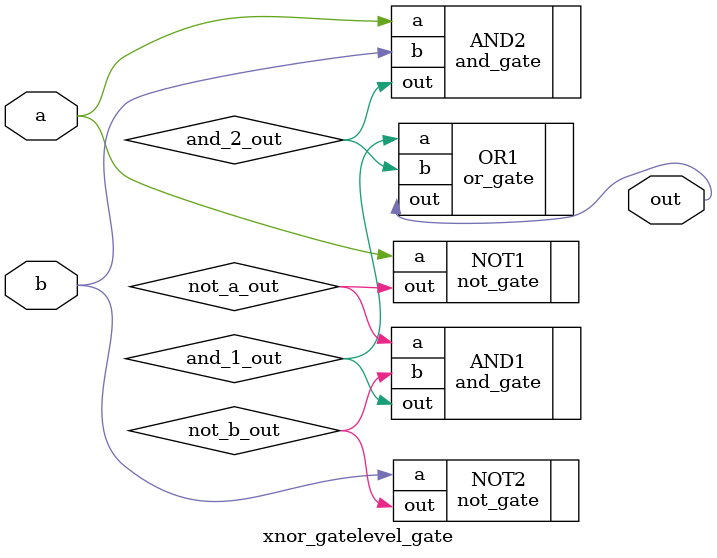
<source format=v>
module xnor_gatelevel_gate (
    input a, b,
    output out
);

    wire not_a_out, not_b_out;
    wire and_1_out, and_2_out;

    //Fill this out
    //Boolean expression을 그대로 인스턴스화를 활용하여 적어보았다.
    // NOT 게이트 인스턴스화
    not_gate NOT1 (.a(a), .out(not_a_out));
    not_gate NOT2 (.a(b), .out(not_b_out));

    // AND 게이트 인스턴스화
    and_gate AND1 (.a(not_a_out), .b(not_b_out), .out(and_1_out));
    and_gate AND2 (.a(a), .b(b), .out(and_2_out));

    // OR 게이트 인스턴스화
    or_gate OR1 (.a(and_1_out), .b(and_2_out), .out(out));

    

endmodule
</source>
